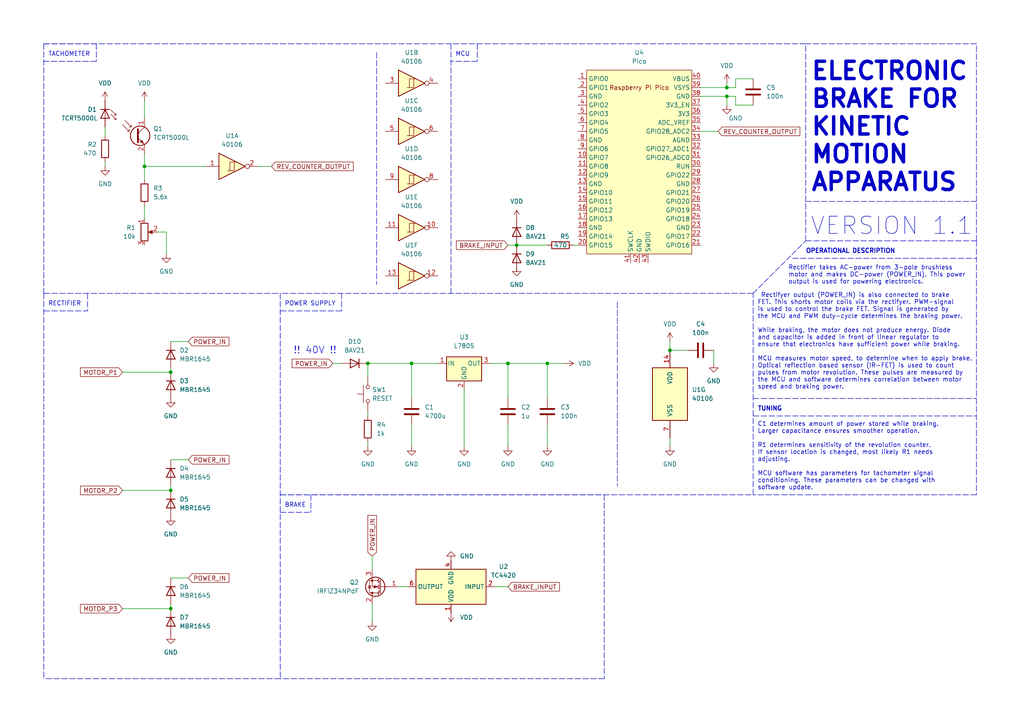
<source format=kicad_sch>
(kicad_sch (version 20211123) (generator eeschema)
  (paper "A4")
  (title_block (title "Electronic Brake for Kinetic Motion Apparatus") (date "2024-01-15") (rev "1.1"))
  (lib_symbols
    (symbol "4xxx:40106" (pin_names (offset 1.016))
      (property "Reference" "U" (at 0 1.27 0))
      (property "Value" "40106" (at 0 -1.27 0))
      (symbol "40106_1_0"
        (polyline (pts (xy -0.635 -1.27) (xy -0.635 1.27) (xy 0.635 1.27)))
        (polyline (pts (xy -3.81 3.81) (xy -3.81 -3.81) (xy 3.81 0) (xy -3.81 3.81)) (stroke (width 0.254)) (fill (type background)))
        (polyline (pts (xy -1.27 -1.27) (xy 0.635 -1.27) (xy 0.635 1.27) (xy 1.27 1.27)))
        (pin input line (at -7.62 0 0) (length 3.81) (name "~") (number "1"))
        (pin output inverted (at 7.62 0 180) (length 3.81) (name "~") (number "2"))
      )
      (symbol "40106_2_0"
        (polyline (pts (xy -0.635 -1.27) (xy -0.635 1.27) (xy 0.635 1.27)))
        (polyline (pts (xy -3.81 3.81) (xy -3.81 -3.81) (xy 3.81 0) (xy -3.81 3.81)) (stroke (width 0.254)) (fill (type background)))
        (polyline (pts (xy -1.27 -1.27) (xy 0.635 -1.27) (xy 0.635 1.27) (xy 1.27 1.27)))
        (pin input line (at -7.62 0 0) (length 3.81) (name "~") (number "3"))
        (pin output inverted (at 7.62 0 180) (length 3.81) (name "~") (number "4"))
      )
      (symbol "40106_3_0"
        (polyline (pts (xy -0.635 -1.27) (xy -0.635 1.27) (xy 0.635 1.27)))
        (polyline (pts (xy -3.81 3.81) (xy -3.81 -3.81) (xy 3.81 0) (xy -3.81 3.81)) (stroke (width 0.254)) (fill (type background)))
        (polyline (pts (xy -1.27 -1.27) (xy 0.635 -1.27) (xy 0.635 1.27) (xy 1.27 1.27)))
        (pin input line (at -7.62 0 0) (length 3.81) (name "~") (number "5"))
        (pin output inverted (at 7.62 0 180) (length 3.81) (name "~") (number "6"))
      )
      (symbol "40106_4_0"
        (polyline (pts (xy -0.635 -1.27) (xy -0.635 1.27) (xy 0.635 1.27)))
        (polyline (pts (xy -3.81 3.81) (xy -3.81 -3.81) (xy 3.81 0) (xy -3.81 3.81)) (stroke (width 0.254)) (fill (type background)))
        (polyline (pts (xy -1.27 -1.27) (xy 0.635 -1.27) (xy 0.635 1.27) (xy 1.27 1.27)))
        (pin output inverted (at 7.62 0 180) (length 3.81) (name "~") (number "8"))
        (pin input line (at -7.62 0 0) (length 3.81) (name "~") (number "9"))
      )
      (symbol "40106_5_0"
        (polyline (pts (xy -0.635 -1.27) (xy -0.635 1.27) (xy 0.635 1.27)))
        (polyline (pts (xy -3.81 3.81) (xy -3.81 -3.81) (xy 3.81 0) (xy -3.81 3.81)) (stroke (width 0.254)) (fill (type background)))
        (polyline (pts (xy -1.27 -1.27) (xy 0.635 -1.27) (xy 0.635 1.27) (xy 1.27 1.27)))
        (pin output inverted (at 7.62 0 180) (length 3.81) (name "~") (number "10"))
        (pin input line (at -7.62 0 0) (length 3.81) (name "~") (number "11"))
      )
      (symbol "40106_6_0"
        (polyline (pts (xy -0.635 -1.27) (xy -0.635 1.27) (xy 0.635 1.27)))
        (polyline (pts (xy -3.81 3.81) (xy -3.81 -3.81) (xy 3.81 0) (xy -3.81 3.81)) (stroke (width 0.254)) (fill (type background)))
        (polyline (pts (xy -1.27 -1.27) (xy 0.635 -1.27) (xy 0.635 1.27) (xy 1.27 1.27)))
        (pin output inverted (at 7.62 0 180) (length 3.81) (name "~") (number "12"))
        (pin input line (at -7.62 0 0) (length 3.81) (name "~") (number "13"))
      )
      (symbol "40106_7_0"
        (pin power_in line (at 0 12.7 270) (length 5.08) (name "VDD") (number "14"))
        (pin power_in line (at 0 -12.7 90) (length 5.08) (name "VSS") (number "7"))
      )
      (symbol "40106_7_1"
        (rectangle (start -5.08 7.62) (end 5.08 -7.62) (stroke (width 0.254)) (fill (type background)))
      )
    )
    (symbol "Device:C" (pin_numbers hide) (pin_names (offset 0.254))
      (property "Reference" "C" (at 0.635 2.54 0))
      (property "Value" "C" (at 0.635 -2.54 0))
      (symbol "C_0_1"
        (polyline (pts (xy -2.032 -0.762) (xy 2.032 -0.762)) (stroke (width 0.508)))
        (polyline (pts (xy -2.032 0.762) (xy 2.032 0.762)) (stroke (width 0.508)))
      )
      (symbol "C_1_1"
        (pin passive line (at 0 3.81 270) (length 2.794) (name "~") (number "1"))
        (pin passive line (at 0 -3.81 90) (length 2.794) (name "~") (number "2"))
      )
    )
    (symbol "Device:D" (pin_numbers hide) (pin_names (offset 1.016) hide)
      (property "Reference" "D" (at 0 2.54 0))
      (property "Value" "D" (at 0 -2.54 0))
      (symbol "D_0_1"
        (polyline (pts (xy -1.27 1.27) (xy -1.27 -1.27)) (stroke (width 0.254)))
        (polyline (pts (xy 1.27 0) (xy -1.27 0)))
        (polyline (pts (xy 1.27 1.27) (xy 1.27 -1.27) (xy -1.27 0) (xy 1.27 1.27)) (stroke (width 0.254)))
      )
      (symbol "D_1_1"
        (pin passive line (at -3.81 0 0) (length 2.54) (name "K") (number "1"))
        (pin passive line (at 3.81 0 180) (length 2.54) (name "A") (number "2"))
      )
    )
    (symbol "Device:R" (pin_numbers hide) (pin_names (offset 0))
      (property "Reference" "R" (at 2.032 0 90))
      (property "Value" "R" (at 0 0 90))
      (symbol "R_0_1"
        (rectangle (start -1.016 -2.54) (end 1.016 2.54) (stroke (width 0.254)))
      )
      (symbol "R_1_1"
        (pin passive line (at 0 3.81 270) (length 1.27) (name "~") (number "1"))
        (pin passive line (at 0 -3.81 90) (length 1.27) (name "~") (number "2"))
      )
    )
    (symbol "Device:R_Potentiometer" (pin_names (offset 1.016) hide)
      (property "Reference" "RV" (at -4.445 0 90))
      (property "Value" "R_Potentiometer" (at -2.54 0 90))
      (symbol "R_Potentiometer_0_1"
        (polyline (pts (xy 2.54 0) (xy 1.524 0)))
        (polyline (pts (xy 1.143 0) (xy 2.286 0.508) (xy 2.286 -0.508) (xy 1.143 0)) (fill (type outline)))
        (rectangle (start 1.016 2.54) (end -1.016 -2.54) (stroke (width 0.254)))
      )
      (symbol "R_Potentiometer_1_1"
        (pin passive line (at 0 3.81 270) (length 1.27) (name "1") (number "1"))
        (pin passive line (at 3.81 0 180) (length 1.27) (name "2") (number "2"))
        (pin passive line (at 0 -3.81 90) (length 1.27) (name "3") (number "3"))
      )
    )
    (symbol "Driver_FET:TC4422"
      (property "Reference" "U" (at -8.89 6.35 0))
      (property "Value" "TC4422" (at 6.35 6.35 0))
      (symbol "TC4422_0_1"
        (rectangle (start -10.16 5.08) (end 10.16 -5.08) (stroke (width 0.254)) (fill (type background)))
      )
      (symbol "TC4422_1_1"
        (pin power_in line (at 0 7.62 270) (length 2.54) (name "VDD") (number "1"))
        (pin input line (at -12.7 0 0) (length 2.54) (name "INPUT") (number "2"))
        (pin no_connect line (at -5.08 -5.08 90) (length 2.54) hide (name "NC") (number "3"))
        (pin power_in line (at 0 -7.62 90) (length 2.54) (name "GND") (number "4"))
        (pin passive line (at 0 -7.62 90) (length 2.54) hide (name "GND") (number "5"))
        (pin output line (at 12.7 0 180) (length 2.54) (name "OUTPUT") (number "6"))
        (pin passive line (at 12.7 0 180) (length 2.54) hide (name "OUTPUT") (number "7"))
        (pin passive line (at 0 7.62 270) (length 2.54) hide (name "VDD") (number "8"))
      )
    )
    (symbol "LED:IR204A" (pin_numbers hide) (pin_names (offset 1.016) hide)
      (property "Reference" "D" (at 0.508 1.778 0))
      (property "Value" "IR204A" (at -1.016 -2.794 0))
      (symbol "IR204A_0_1"
        (polyline (pts (xy -2.54 1.27) (xy -2.54 -1.27)) (stroke (width 0.254)))
        (polyline (pts (xy 0 0) (xy -2.54 0)))
        (polyline (pts (xy 0.381 3.175) (xy -0.127 3.175)))
        (polyline (pts (xy -1.143 1.651) (xy 0.381 3.175) (xy 0.381 2.667)))
        (polyline (pts (xy 0 1.27) (xy -2.54 0) (xy 0 -1.27) (xy 0 1.27)) (stroke (width 0.254)))
        (polyline (pts (xy -2.413 1.651) (xy -0.889 3.175) (xy -0.889 2.667) (xy -0.889 3.175) (xy -1.397 3.175)))
      )
      (symbol "IR204A_1_1"
        (pin passive line (at -5.08 0 0) (length 2.54) (name "K") (number "1"))
        (pin passive line (at 2.54 0 180) (length 2.54) (name "A") (number "2"))
      )
    )
    (symbol "MCU_RaspberryPi_and_Boards:Pico"
      (property "Reference" "U" (at -13.97 27.94 0))
      (property "Value" "Pico" (at 0 19.05 0))
      (symbol "Pico_0_0"
        (text "Raspberry Pi Pico" (at 0 21.59 0) (effects (font (size 1.27 1.27))))
      )
      (symbol "Pico_0_1"
        (rectangle (start -15.24 26.67) (end 15.24 -26.67) (fill (type background)))
      )
      (symbol "Pico_1_1"
        (pin bidirectional line (at -17.78 24.13 0) (length 2.54) (name "GPIO0") (number "1"))
        (pin bidirectional line (at -17.78 1.27 0) (length 2.54) (name "GPIO7") (number "10"))
        (pin bidirectional line (at -17.78 -1.27 0) (length 2.54) (name "GPIO8") (number "11"))
        (pin bidirectional line (at -17.78 -3.81 0) (length 2.54) (name "GPIO9") (number "12"))
        (pin power_in line (at -17.78 -6.35 0) (length 2.54) (name "GND") (number "13"))
        (pin bidirectional line (at -17.78 -8.89 0) (length 2.54) (name "GPIO10") (number "14"))
        (pin bidirectional line (at -17.78 -11.43 0) (length 2.54) (name "GPIO11") (number "15"))
        (pin bidirectional line (at -17.78 -13.97 0) (length 2.54) (name "GPIO12") (number "16"))
        (pin bidirectional line (at -17.78 -16.51 0) (length 2.54) (name "GPIO13") (number "17"))
        (pin power_in line (at -17.78 -19.05 0) (length 2.54) (name "GND") (number "18"))
        (pin bidirectional line (at -17.78 -21.59 0) (length 2.54) (name "GPIO14") (number "19"))
        (pin bidirectional line (at -17.78 21.59 0) (length 2.54) (name "GPIO1") (number "2"))
        (pin bidirectional line (at -17.78 -24.13 0) (length 2.54) (name "GPIO15") (number "20"))
        (pin bidirectional line (at 17.78 -24.13 180) (length 2.54) (name "GPIO16") (number "21"))
        (pin bidirectional line (at 17.78 -21.59 180) (length 2.54) (name "GPIO17") (number "22"))
        (pin power_in line (at 17.78 -19.05 180) (length 2.54) (name "GND") (number "23"))
        (pin bidirectional line (at 17.78 -16.51 180) (length 2.54) (name "GPIO18") (number "24"))
        (pin bidirectional line (at 17.78 -13.97 180) (length 2.54) (name "GPIO19") (number "25"))
        (pin bidirectional line (at 17.78 -11.43 180) (length 2.54) (name "GPIO20") (number "26"))
        (pin bidirectional line (at 17.78 -8.89 180) (length 2.54) (name "GPIO21") (number "27"))
        (pin power_in line (at 17.78 -6.35 180) (length 2.54) (name "GND") (number "28"))
        (pin bidirectional line (at 17.78 -3.81 180) (length 2.54) (name "GPIO22") (number "29"))
        (pin power_in line (at -17.78 19.05 0) (length 2.54) (name "GND") (number "3"))
        (pin input line (at 17.78 -1.27 180) (length 2.54) (name "RUN") (number "30"))
        (pin bidirectional line (at 17.78 1.27 180) (length 2.54) (name "GPIO26_ADC0") (number "31"))
        (pin bidirectional line (at 17.78 3.81 180) (length 2.54) (name "GPIO27_ADC1") (number "32"))
        (pin power_in line (at 17.78 6.35 180) (length 2.54) (name "AGND") (number "33"))
        (pin bidirectional line (at 17.78 8.89 180) (length 2.54) (name "GPIO28_ADC2") (number "34"))
        (pin power_in line (at 17.78 11.43 180) (length 2.54) (name "ADC_VREF") (number "35"))
        (pin power_in line (at 17.78 13.97 180) (length 2.54) (name "3V3") (number "36"))
        (pin input line (at 17.78 16.51 180) (length 2.54) (name "3V3_EN") (number "37"))
        (pin bidirectional line (at 17.78 19.05 180) (length 2.54) (name "GND") (number "38"))
        (pin power_in line (at 17.78 21.59 180) (length 2.54) (name "VSYS") (number "39"))
        (pin bidirectional line (at -17.78 16.51 0) (length 2.54) (name "GPIO2") (number "4"))
        (pin power_in line (at 17.78 24.13 180) (length 2.54) (name "VBUS") (number "40"))
        (pin input line (at -2.54 -29.21 90) (length 2.54) (name "SWCLK") (number "41"))
        (pin power_in line (at 0 -29.21 90) (length 2.54) (name "GND") (number "42"))
        (pin bidirectional line (at 2.54 -29.21 90) (length 2.54) (name "SWDIO") (number "43"))
        (pin bidirectional line (at -17.78 13.97 0) (length 2.54) (name "GPIO3") (number "5"))
        (pin bidirectional line (at -17.78 11.43 0) (length 2.54) (name "GPIO4") (number "6"))
        (pin bidirectional line (at -17.78 8.89 0) (length 2.54) (name "GPIO5") (number "7"))
        (pin power_in line (at -17.78 6.35 0) (length 2.54) (name "GND") (number "8"))
        (pin bidirectional line (at -17.78 3.81 0) (length 2.54) (name "GPIO6") (number "9"))
      )
    )
    (symbol "Regulator_Linear:L7805" (pin_names (offset 0.254))
      (property "Reference" "U" (at -3.81 3.175 0))
      (property "Value" "L7805" (at 0 3.175 0))
      (symbol "L7805_0_1"
        (rectangle (start -5.08 1.905) (end 5.08 -5.08) (stroke (width 0.254)) (fill (type background)))
      )
      (symbol "L7805_1_1"
        (pin power_in line (at -7.62 0 0) (length 2.54) (name "IN") (number "1"))
        (pin power_in line (at 0 -7.62 90) (length 2.54) (name "GND") (number "2"))
        (pin power_out line (at 7.62 0 180) (length 2.54) (name "OUT") (number "3"))
      )
    )
    (symbol "Sensor_Optical:BP103BF" (pin_names (offset 0) hide)
      (property "Reference" "Q" (at 5.08 1.27 0))
      (property "Value" "BP103BF" (at 5.08 -1.27 0))
      (symbol "BP103BF_0_1"
        (polyline (pts (xy -1.905 1.27) (xy -2.54 1.27)))
        (polyline (pts (xy -1.27 2.54) (xy -1.905 2.54)))
        (polyline (pts (xy 0.635 0.635) (xy 2.54 2.54)))
        (polyline (pts (xy -3.81 3.175) (xy -1.905 1.27) (xy -1.905 1.905)))
        (polyline (pts (xy -3.175 4.445) (xy -1.27 2.54) (xy -1.27 3.175)))
        (polyline (pts (xy 0.635 -0.635) (xy 2.54 -2.54) (xy 2.54 -2.54)))
        (polyline (pts (xy 0.635 1.905) (xy 0.635 -1.905) (xy 0.635 -1.905)) (stroke (width 0.508)))
        (polyline (pts (xy 1.27 -1.778) (xy 1.778 -1.27) (xy 2.286 -2.286) (xy 1.27 -1.778) (xy 1.27 -1.778)) (fill (type outline)))
        (circle (center 1.27 0) (radius 2.8194) (stroke (width 0.254)))
      )
      (symbol "BP103BF_1_1"
        (pin passive line (at 2.54 5.08 270) (length 2.54) (name "C") (number "1"))
        (pin passive line (at 2.54 -5.08 90) (length 2.54) (name "E") (number "2"))
      )
    )
    (symbol "Switch:SW_Push" (pin_numbers hide) (pin_names (offset 1.016) hide)
      (property "Reference" "SW" (at 1.27 2.54 0))
      (property "Value" "SW_Push" (at 0 -1.524 0))
      (symbol "SW_Push_0_1"
        (circle (center -2.032 0) (radius 0.508))
        (polyline (pts (xy 0 1.27) (xy 0 3.048)))
        (polyline (pts (xy 2.54 1.27) (xy -2.54 1.27)))
        (circle (center 2.032 0) (radius 0.508))
        (pin passive line (at -5.08 0 0) (length 2.54) (name "1") (number "1"))
        (pin passive line (at 5.08 0 180) (length 2.54) (name "2") (number "2"))
      )
    )
    (symbol "Transistor_FET:IRF540N" (pin_names hide)
      (property "Reference" "Q" (at 6.35 1.905 0))
      (property "Value" "IRF540N" (at 6.35 0 0))
      (symbol "IRF540N_0_1"
        (polyline (pts (xy 0.254 0) (xy -2.54 0)))
        (polyline (pts (xy 0.254 1.905) (xy 0.254 -1.905)) (stroke (width 0.254)))
        (polyline (pts (xy 0.762 -1.27) (xy 0.762 -2.286)) (stroke (width 0.254)))
        (polyline (pts (xy 0.762 0.508) (xy 0.762 -0.508)) (stroke (width 0.254)))
        (polyline (pts (xy 0.762 2.286) (xy 0.762 1.27)) (stroke (width 0.254)))
        (polyline (pts (xy 2.54 2.54) (xy 2.54 1.778)))
        (polyline (pts (xy 2.54 -2.54) (xy 2.54 0) (xy 0.762 0)))
        (polyline (pts (xy 0.762 -1.778) (xy 3.302 -1.778) (xy 3.302 1.778) (xy 0.762 1.778)))
        (polyline (pts (xy 1.016 0) (xy 2.032 0.381) (xy 2.032 -0.381) (xy 1.016 0)) (fill (type outline)))
        (polyline (pts (xy 2.794 0.508) (xy 2.921 0.381) (xy 3.683 0.381) (xy 3.81 0.254)))
        (polyline (pts (xy 3.302 0.381) (xy 2.921 -0.254) (xy 3.683 -0.254) (xy 3.302 0.381)))
        (circle (center 1.651 0) (radius 2.794) (stroke (width 0.254)))
        (circle (center 2.54 -1.778) (radius 0.254) (fill (type outline)))
        (circle (center 2.54 1.778) (radius 0.254) (fill (type outline)))
      )
      (symbol "IRF540N_1_1"
        (pin input line (at -5.08 0 0) (length 2.54) (name "G") (number "1"))
        (pin passive line (at 2.54 5.08 270) (length 2.54) (name "D") (number "2"))
        (pin passive line (at 2.54 -5.08 90) (length 2.54) (name "S") (number "3"))
      )
    )
    (symbol "power:GND" (power) (pin_names (offset 0))
      (property "Value" "GND" (at 0 -3.81 0))
      (symbol "GND_0_1"
        (polyline (pts (xy 0 0) (xy 0 -1.27) (xy 1.27 -1.27) (xy 0 -2.54) (xy -1.27 -1.27) (xy 0 -1.27)))
      )
      (symbol "GND_1_1"
        (pin power_in line (at 0 0 270) (length 0) hide (name "GND") (number "1"))
      )
    )
    (symbol "power:VDD" (power) (pin_names (offset 0))
      (property "Value" "VDD" (at 0 3.81 0))
      (symbol "VDD_0_1"
        (polyline (pts (xy -0.762 1.27) (xy 0 2.54)))
        (polyline (pts (xy 0 0) (xy 0 2.54)))
        (polyline (pts (xy 0 2.54) (xy 0.762 1.27)))
      )
      (symbol "VDD_1_1"
        (pin power_in line (at 0 0 90) (length 0) hide (name "VDD") (number "1"))
      )
    )
  )
  (junction (at 49.53 176.53))
  (junction (at 106.68 105.41))
  (junction (at 210.82 27.94))
  (junction (at 119.38 105.41))
  (junction (at 149.86 71.12))
  (junction (at 49.53 142.24))
  (junction (at 147.32 105.41))
  (junction (at 210.82 25.4))
  (junction (at 49.53 107.95))
  (junction (at 194.31 101.6))
  (junction (at 158.75 105.41))
  (junction (at 41.91 48.26))
  (wire (pts (xy 48.26 67.31) (xy 45.72 67.31)))
  (polyline (pts (xy 99.06 85.09) (xy 99.06 90.17)))
  (wire (pts (xy 106.68 119.38) (xy 106.68 120.65)))
  (polyline (pts (xy 81.28 143.51) (xy 175.26 143.51)))
  (wire (pts (xy 119.38 105.41) (xy 127 105.41)))
  (wire (pts (xy 49.53 140.97) (xy 49.53 142.24)))
  (polyline (pts (xy 283.21 12.7) (xy 233.68 12.7)))
  (polyline (pts (xy 233.68 69.85) (xy 283.21 69.85)))
  (wire (pts (xy 213.36 30.48) (xy 213.36 27.94)))
  (polyline (pts (xy 179.07 87.63) (xy 179.07 140.97)))
  (wire (pts (xy 203.2 25.4) (xy 210.82 25.4)))
  (wire (pts (xy 118.11 170.18) (xy 115.57 170.18)))
  (polyline (pts (xy 283.21 69.85) (xy 283.21 143.51)))
  (wire (pts (xy 119.38 129.54) (xy 119.38 123.19)))
  (polyline (pts (xy 25.4 85.09) (xy 25.4 90.17)))
  (polyline (pts (xy 175.26 196.85) (xy 81.28 196.85)))
  (wire (pts (xy 213.36 22.86) (xy 213.36 25.4)))
  (polyline (pts (xy 218.44 143.51) (xy 218.44 85.09)))
  (wire (pts (xy 147.32 105.41) (xy 158.75 105.41)))
  (wire (pts (xy 218.44 22.86) (xy 213.36 22.86)))
  (polyline (pts (xy 12.7 85.09) (xy 81.28 85.09)))
  (wire (pts (xy 166.37 71.12) (xy 167.64 71.12)))
  (wire (pts (xy 158.75 129.54) (xy 158.75 123.19)))
  (wire (pts (xy 35.56 107.95) (xy 49.53 107.95)))
  (wire (pts (xy 210.82 30.48) (xy 210.82 27.94)))
  (wire (pts (xy 30.48 46.99) (xy 30.48 48.26)))
  (wire (pts (xy 203.2 27.94) (xy 210.82 27.94)))
  (wire (pts (xy 107.95 165.1) (xy 107.95 161.29)))
  (wire (pts (xy 49.53 133.35) (xy 54.61 133.35)))
  (polyline (pts (xy 81.28 143.51) (xy 218.44 143.51)))
  (polyline (pts (xy 81.28 148.59) (xy 90.17 148.59)))
  (polyline (pts (xy 99.06 90.17) (xy 81.28 90.17)))
  (polyline (pts (xy 27.94 12.7) (xy 27.94 17.78)))
  (wire (pts (xy 158.75 105.41) (xy 158.75 115.57)))
  (wire (pts (xy 41.91 59.69) (xy 41.91 63.5)))
  (wire (pts (xy 41.91 44.45) (xy 41.91 48.26)))
  (polyline (pts (xy 130.81 12.7) (xy 130.81 85.09)))
  (wire (pts (xy 142.24 105.41) (xy 147.32 105.41)))
  (wire (pts (xy 49.53 99.06) (xy 54.61 99.06)))
  (polyline (pts (xy 233.68 69.85) (xy 233.68 12.7)))
  (polyline (pts (xy 109.22 15.24) (xy 109.22 82.55)))
  (wire (pts (xy 207.01 101.6) (xy 207.01 105.41)))
  (polyline (pts (xy 12.7 90.17) (xy 25.4 90.17)))
  (polyline (pts (xy 81.28 85.09) (xy 81.28 196.85)))
  (wire (pts (xy 41.91 29.21) (xy 41.91 34.29)))
  (wire (pts (xy 149.86 71.12) (xy 158.75 71.12)))
  (wire (pts (xy 147.32 71.12) (xy 149.86 71.12)))
  (polyline (pts (xy 218.44 115.57) (xy 283.21 115.57)))
  (wire (pts (xy 218.44 30.48) (xy 213.36 30.48)))
  (polyline (pts (xy 138.43 12.7) (xy 138.43 17.78)))
  (wire (pts (xy 194.31 99.06) (xy 194.31 101.6)))
  (polyline (pts (xy 218.44 120.65) (xy 283.21 120.65)))
  (wire (pts (xy 134.62 129.54) (xy 134.62 113.03)))
  (polyline (pts (xy 12.7 85.09) (xy 12.7 196.85)))
  (wire (pts (xy 106.68 105.41) (xy 106.68 109.22)))
  (wire (pts (xy 35.56 176.53) (xy 49.53 176.53)))
  (polyline (pts (xy 229.87 74.93) (xy 283.21 74.93)))
  (wire (pts (xy 59.69 48.26) (xy 41.91 48.26)))
  (wire (pts (xy 107.95 175.26) (xy 107.95 180.34)))
  (wire (pts (xy 48.26 67.31) (xy 48.26 73.66)))
  (polyline (pts (xy 27.94 17.78) (xy 12.7 17.78)))
  (wire (pts (xy 194.31 101.6) (xy 199.39 101.6)))
  (polyline (pts (xy 81.28 196.85) (xy 12.7 196.85)))
  (polyline (pts (xy 12.7 12.7) (xy 130.81 12.7)))
  (polyline (pts (xy 283.21 143.51) (xy 218.44 143.51)))
  (wire (pts (xy 35.56 142.24) (xy 49.53 142.24)))
  (wire (pts (xy 74.93 48.26) (xy 78.74 48.26)))
  (polyline (pts (xy 138.43 17.78) (xy 130.81 17.78)))
  (wire (pts (xy 194.31 127) (xy 194.31 129.54)))
  (wire (pts (xy 213.36 27.94) (xy 210.82 27.94)))
  (wire (pts (xy 158.75 105.41) (xy 163.83 105.41)))
  (polyline (pts (xy 12.7 12.7) (xy 12.7 85.09)))
  (wire (pts (xy 203.2 38.1) (xy 208.28 38.1)))
  (wire (pts (xy 30.48 36.83) (xy 30.48 39.37)))
  (polyline (pts (xy 12.7 12.7) (xy 27.94 12.7)))
  (polyline (pts (xy 218.44 85.09) (xy 81.28 85.09)))
  (wire (pts (xy 119.38 105.41) (xy 119.38 115.57)))
  (wire (pts (xy 49.53 167.64) (xy 54.61 167.64)))
  (wire (pts (xy 49.53 106.68) (xy 49.53 107.95)))
  (polyline (pts (xy 218.44 85.09) (xy 233.68 69.85)))
  (wire (pts (xy 147.32 129.54) (xy 147.32 123.19)))
  (wire (pts (xy 106.68 105.41) (xy 119.38 105.41)))
  (wire (pts (xy 210.82 24.13) (xy 210.82 25.4)))
  (wire (pts (xy 49.53 175.26) (xy 49.53 176.53)))
  (polyline (pts (xy 90.17 143.51) (xy 90.17 148.59)))
  (wire (pts (xy 143.51 170.18) (xy 147.32 170.18)))
  (wire (pts (xy 147.32 105.41) (xy 147.32 115.57)))
  (wire (pts (xy 41.91 48.26) (xy 41.91 52.07)))
  (wire (pts (xy 149.86 77.47) (xy 149.86 78.74)))
  (wire (pts (xy 106.68 128.27) (xy 106.68 129.54)))
  (polyline (pts (xy 233.68 12.7) (xy 130.81 12.7)))
  (wire (pts (xy 213.36 25.4) (xy 210.82 25.4)))
  (polyline (pts (xy 283.21 69.85) (xy 283.21 12.7)))
  (wire (pts (xy 96.52 105.41) (xy 99.06 105.41)))
  (polyline (pts (xy 233.68 58.42) (xy 283.21 58.42)))
  (polyline (pts (xy 175.26 143.51) (xy 175.26 196.85)))
  (text "MCU" (at 132.08 16.51 0) (effects (font (size 1.27 1.27)) (justify left bottom)))
  (text "POWER SUPPLY" (at 82.55 88.9 0) (effects (font (size 1.27 1.27)) (justify left bottom)))
  (text "BRAKE" (at 82.55 147.32 0) (effects (font (size 1.27 1.27)) (justify left bottom)))
  (text "TUNING" (at 219.71 119.38 0) (effects (font (size 1.27 1.27) (thickness 0.254) bold) (justify left bottom)))
  (text "C1 determines amount of power stored while braking.\nLarger capacitance ensures smoother operation.\n\nR1 determines sensitivity of the revolution counter.\nIf sensor location is changed, most likely R1 needs\nadjusting.\n\nMCU software has parameters for tachometer signal\nconditioning. These parameters can be changed with\nsoftware update." (at 219.71 142.24 0) (effects (font (size 1.27 1.27)) (justify left bottom)))
  (text "OPERATIONAL DESCRIPTION" (at 233.68 73.66 0) (effects (font (size 1.27 1.27) (thickness 0.254) bold) (justify left bottom)))
  (text "ELECTRONIC\nBRAKE FOR \nKINETIC\nMOTION \nAPPARATUS" (at 234.95 55.88 0) (effects (font (size 5 5) (thickness 1) bold) (justify left bottom)))
  (text "TACHOMETER" (at 13.97 16.51 0) (effects (font (size 1.27 1.27)) (justify left bottom)))
  (text "!! 40V !!" (at 85.09 102.87 0) (effects (font (size 2 2)) (justify left bottom)))
  (text " Rectifyer output (POWER_IN) is also connected to brake\nFET. This shorts motor coils via the rectifyer. PWM-signal\nis used to control the brake FET. Signal is generated by\nthe MCU and PWM duty-cycle determines the braking power.\n\nWhile braking, the motor does not produce energy. Diode\nand capacitor is added in front of linear regulator to\nensure that electronics have sufficient power while braking.\n\nMCU measures motor speed, to determine when to apply brake.\nOptical reflection based sensor (IR-FET) is used to count\npulses from motor revolution. These pulses are measured by\nthe MCU and software determines correlation between motor\nspeed and braking power." (at 219.71 113.03 0) (effects (font (size 1.27 1.27)) (justify left bottom)))
  (text "Rectifier takes AC-power from 3-pole brushless\nmotor and makes DC-power (POWER_IN). This power\noutput is used for powering electronics." (at 228.6 82.55 0) (effects (font (size 1.27 1.27)) (justify left bottom)))
  (text "RECTIFIER" (at 13.97 88.9 0) (effects (font (size 1.27 1.27)) (justify left bottom)))
  (text "VERSION 1.1" (at 234.95 68.58 0) (effects (font (size 5 5)) (justify left bottom)))
  (global_label "MOTOR_P2" (shape input) (at 35.56 142.24 180) (property "Intersheet References" "${INTERSHEET_REFS}" (effects hide)))
  (global_label "POWER_IN" (shape input) (at 96.52 105.41 180) (property "Intersheet References" "${INTERSHEET_REFS}" (effects hide)))
  (global_label "POWER_IN" (shape input) (at 54.61 167.64 0) (property "Intersheet References" "${INTERSHEET_REFS}" (effects hide)))
  (global_label "POWER_IN" (shape input) (at 54.61 99.06 0) (property "Intersheet References" "${INTERSHEET_REFS}" (effects hide)))
  (global_label "POWER_IN" (shape input) (at 107.95 161.29 90) (property "Intersheet References" "${INTERSHEET_REFS}" (effects hide)))
  (global_label "POWER_IN" (shape input) (at 54.61 133.35 0) (property "Intersheet References" "${INTERSHEET_REFS}" (effects hide)))
  (global_label "BRAKE_INPUT" (shape input) (at 147.32 170.18 0) (property "Intersheet References" "${INTERSHEET_REFS}" (effects hide)))
  (global_label "REV_COUNTER_OUTPUT" (shape input) (at 78.74 48.26 0) (property "Intersheet References" "${INTERSHEET_REFS}" (effects hide)))
  (global_label "BRAKE_INPUT" (shape input) (at 147.32 71.12 180) (property "Intersheet References" "${INTERSHEET_REFS}" (effects hide)))
  (global_label "MOTOR_P3" (shape input) (at 35.56 176.53 180) (property "Intersheet References" "${INTERSHEET_REFS}" (effects hide)))
  (global_label "REV_COUNTER_OUTPUT" (shape input) (at 208.28 38.1 0) (property "Intersheet References" "${INTERSHEET_REFS}" (effects hide)))
  (global_label "MOTOR_P1" (shape input) (at 35.56 107.95 180) (property "Intersheet References" "${INTERSHEET_REFS}" (effects hide)))
  (symbol (lib_id "power:GND") (at 49.53 149.86 0) (unit 1)
    (property "Reference" "#PWR06" (effects hide))
    (property "Value" "GND" (at 49.53 154.94 0))
  )
  (symbol (lib_id "Device:C") (at 218.44 26.67 0) (unit 1)
    (property "Reference" "C5" (at 222.25 25.3999 0) (effects (justify left)))
    (property "Value" "100n" (at 222.25 27.9399 0) (effects (justify left)))
  )
  (symbol (lib_id "Device:D") (at 49.53 137.16 270) (unit 1)
    (property "Reference" "D4" (at 52.07 135.8899 90) (effects (justify left)))
    (property "Value" "MBR1645" (at 52.07 138.4299 90) (effects (justify left)))
  )
  (symbol (lib_id "power:VDD") (at 163.83 105.41 270) (unit 1)
    (property "Reference" "#PWR017" (effects hide))
    (property "Value" "VDD" (at 167.64 105.4099 90) (effects (justify left)))
  )
  (symbol (lib_id "4xxx:40106") (at 119.38 80.01 0) (unit 6)
    (property "Reference" "U1" (at 119.38 71.12 0))
    (property "Value" "40106" (at 119.38 73.66 0))
    (property "Datasheet" "https://assets.nexperia.com/documents/data-sheet/HEF40106B.pdf" (effects hide))
  )
  (symbol (lib_id "power:GND") (at 149.86 77.47 0) (unit 1)
    (property "Reference" "#PWR023" (effects hide))
    (property "Value" "GND" (at 149.86 82.55 0))
  )
  (symbol (lib_id "4xxx:40106") (at 119.38 66.04 0) (unit 5)
    (property "Reference" "U1" (at 119.38 57.15 0))
    (property "Value" "40106" (at 119.38 59.69 0))
    (property "Datasheet" "https://assets.nexperia.com/documents/data-sheet/HEF40106B.pdf" (effects hide))
  )
  (symbol (lib_id "Device:R") (at 41.91 55.88 0) (unit 1)
    (property "Reference" "R3" (at 44.45 54.6099 0) (effects (justify left)))
    (property "Value" "5.6k" (at 44.45 57.1499 0) (effects (justify left)))
  )
  (symbol (lib_id "power:GND") (at 130.81 162.56 180) (unit 1)
    (property "Reference" "#PWR012" (effects hide))
    (property "Value" "GND" (at 133.35 161.2899 0) (effects (justify right)))
  )
  (symbol (lib_id "Device:D") (at 49.53 102.87 270) (unit 1)
    (property "Reference" "D2" (at 52.07 101.5999 90) (effects (justify left)))
    (property "Value" "MBR1645" (at 52.07 104.1399 90) (effects (justify left)))
  )
  (symbol (lib_id "power:GND") (at 49.53 184.15 0) (unit 1)
    (property "Reference" "#PWR07" (effects hide))
    (property "Value" "GND" (at 49.53 189.23 0))
  )
  (symbol (lib_id "power:GND") (at 134.62 129.54 0) (unit 1)
    (property "Reference" "#PWR014" (effects hide))
    (property "Value" "GND" (at 134.62 134.62 0))
  )
  (symbol (lib_id "Device:C") (at 158.75 119.38 0) (unit 1)
    (property "Reference" "C3" (at 162.56 118.1099 0) (effects (justify left)))
    (property "Value" "100n" (at 162.56 120.6499 0) (effects (justify left)))
  )
  (symbol (lib_id "4xxx:40106") (at 119.38 24.13 0) (unit 2)
    (property "Reference" "U1" (at 119.38 15.24 0))
    (property "Value" "40106" (at 119.38 17.78 0))
    (property "Datasheet" "https://assets.nexperia.com/documents/data-sheet/HEF40106B.pdf" (effects hide))
  )
  (symbol (lib_id "4xxx:40106") (at 119.38 52.07 0) (unit 4)
    (property "Reference" "U1" (at 119.38 43.18 0))
    (property "Value" "40106" (at 119.38 45.72 0))
    (property "Datasheet" "https://assets.nexperia.com/documents/data-sheet/HEF40106B.pdf" (effects hide))
  )
  (symbol (lib_id "power:VDD") (at 41.91 29.21 0) (unit 1)
    (property "Reference" "#PWR03" (effects hide))
    (property "Value" "VDD" (at 41.91 24.13 0))
  )
  (symbol (lib_id "Switch:SW_Push") (at 106.68 114.3 90) (unit 1)
    (property "Reference" "SW1" (at 107.95 113.03 90) (effects (justify right)))
    (property "Value" "RESET" (at 107.95 115.57 90) (effects (justify right)))
  )
  (symbol (lib_id "Device:C") (at 203.2 101.6 90) (unit 1)
    (property "Reference" "C4" (at 203.2 93.98 90))
    (property "Value" "100n" (at 203.2 96.52 90))
  )
  (symbol (lib_id "Device:R") (at 30.48 43.18 0) (unit 1)
    (property "Reference" "R2" (at 25.4 41.91 0) (effects (justify left)))
    (property "Value" "470" (at 24.13 44.45 0) (effects (justify left)))
  )
  (symbol (lib_id "Device:C") (at 147.32 119.38 0) (unit 1)
    (property "Reference" "C2" (at 151.13 118.1099 0) (effects (justify left)))
    (property "Value" "1u" (at 151.13 120.6499 0) (effects (justify left)))
  )
  (symbol (lib_id "power:GND") (at 147.32 129.54 0) (unit 1)
    (property "Reference" "#PWR015" (effects hide))
    (property "Value" "GND" (at 147.32 134.62 0))
  )
  (symbol (lib_id "power:GND") (at 194.31 129.54 0) (unit 1)
    (property "Reference" "#PWR019" (effects hide))
    (property "Value" "GND" (at 194.31 134.62 0))
  )
  (symbol (lib_id "power:GND") (at 207.01 105.41 0) (unit 1)
    (property "Reference" "#PWR022" (effects hide))
    (property "Value" "GND" (at 207.01 110.49 0))
  )
  (symbol (lib_id "Device:D") (at 49.53 111.76 270) (unit 1)
    (property "Reference" "D3" (at 52.07 110.4899 90) (effects (justify left)))
    (property "Value" "MBR1645" (at 52.07 113.0299 90) (effects (justify left)))
  )
  (symbol (lib_id "power:VDD") (at 30.48 29.21 0) (unit 1)
    (property "Reference" "#PWR01" (effects hide))
    (property "Value" "VDD" (at 30.48 24.13 0))
  )
  (symbol (lib_id "Device:C") (at 119.38 119.38 0) (unit 1)
    (property "Reference" "C1" (at 123.19 118.1099 0) (effects (justify left)))
    (property "Value" "4700u" (at 123.19 120.6499 0) (effects (justify left)))
  )
  (symbol (lib_id "Sensor_Optical:BP103BF") (at 39.37 39.37 0) (unit 1)
    (property "Reference" "Q1" (at 44.45 37.3506 0) (effects (justify left)))
    (property "Value" "TCRT5000L" (at 44.45 39.8906 0) (effects (justify left)))
    (property "Footprint" "LED_THT:LED_D5.0mm_Clear" (effects hide))
    (property "Datasheet" "http://www.b-kainka.de/Daten/Sensor/bp103bf.pdf" (effects hide))
  )
  (symbol (lib_id "power:GND") (at 30.48 48.26 0) (unit 1)
    (property "Reference" "#PWR02" (effects hide))
    (property "Value" "GND" (at 30.48 53.34 0))
  )
  (symbol (lib_id "Device:D") (at 149.86 67.31 270) (unit 1)
    (property "Reference" "D8" (at 152.4 66.0399 90) (effects (justify left)))
    (property "Value" "BAV21" (at 152.4 68.5799 90) (effects (justify left)))
  )
  (symbol (lib_id "power:GND") (at 158.75 129.54 0) (unit 1)
    (property "Reference" "#PWR016" (effects hide))
    (property "Value" "GND" (at 158.75 134.62 0))
  )
  (symbol (lib_id "Device:D") (at 49.53 171.45 270) (unit 1)
    (property "Reference" "D6" (at 52.07 170.1799 90) (effects (justify left)))
    (property "Value" "MBR1645" (at 52.07 172.7199 90) (effects (justify left)))
  )
  (symbol (lib_id "power:GND") (at 119.38 129.54 0) (unit 1)
    (property "Reference" "#PWR011" (effects hide))
    (property "Value" "GND" (at 119.38 134.62 0))
  )
  (symbol (lib_id "power:GND") (at 48.26 73.66 0) (unit 1)
    (property "Reference" "#PWR04" (effects hide))
    (property "Value" "GND" (at 48.26 78.74 0))
  )
  (symbol (lib_id "Device:R") (at 162.56 71.12 90) (unit 1)
    (property "Reference" "R5" (at 163.83 68.58 90))
    (property "Value" "470" (at 162.56 71.12 90))
  )
  (symbol (lib_id "power:VDD") (at 130.81 177.8 180) (unit 1)
    (property "Reference" "#PWR013" (effects hide))
    (property "Value" "VDD" (at 133.35 179.0699 0) (effects (justify right)))
  )
  (symbol (lib_id "4xxx:40106") (at 67.31 48.26 0) (unit 1)
    (property "Reference" "U1" (at 67.31 39.37 0))
    (property "Value" "40106" (at 67.31 41.91 0))
    (property "Datasheet" "https://assets.nexperia.com/documents/data-sheet/HEF40106B.pdf" (effects hide))
  )
  (symbol (lib_id "power:GND") (at 49.53 115.57 0) (unit 1)
    (property "Reference" "#PWR05" (effects hide))
    (property "Value" "GND" (at 49.53 120.65 0))
  )
  (symbol (lib_id "Device:D") (at 49.53 146.05 270) (unit 1)
    (property "Reference" "D5" (at 52.07 144.7799 90) (effects (justify left)))
    (property "Value" "MBR1645" (at 52.07 147.3199 90) (effects (justify left)))
  )
  (symbol (lib_id "Transistor_FET:IRF540N") (at 110.49 170.18 180) (unit 1)
    (property "Reference" "Q2" (at 104.14 168.9099 0) (effects (justify left)))
    (property "Value" "IRFIZ34NPdF" (at 104.14 171.4499 0) (effects (justify left)))
    (property "Footprint" "Package_TO_SOT_THT:TO-220-3_Vertical" (effects hide))
  )
  (symbol (lib_id "power:GND") (at 107.95 180.34 0) (unit 1)
    (property "Reference" "#PWR010" (effects hide))
    (property "Value" "GND" (at 107.95 185.42 0))
  )
  (symbol (lib_id "power:GND") (at 106.68 129.54 0) (unit 1)
    (property "Reference" "#PWR08" (effects hide))
    (property "Value" "GND" (at 106.68 134.62 0))
  )
  (symbol (lib_id "power:VDD") (at 194.31 99.06 0) (unit 1)
    (property "Reference" "#PWR018" (effects hide))
    (property "Value" "VDD" (at 194.31 93.98 0))
  )
  (symbol (lib_id "Device:D") (at 102.87 105.41 180) (unit 1)
    (property "Reference" "D10" (at 102.87 99.06 0))
    (property "Value" "BAV21" (at 102.87 101.6 0))
  )
  (symbol (lib_id "Device:D") (at 149.86 74.93 270) (unit 1)
    (property "Reference" "D9" (at 152.4 73.6599 90) (effects (justify left)))
    (property "Value" "BAV21" (at 152.4 76.1999 90) (effects (justify left)))
  )
  (symbol (lib_id "4xxx:40106") (at 194.31 114.3 0) (unit 7)
    (property "Reference" "U1" (at 200.66 113.0299 0) (effects (justify left)))
    (property "Value" "40106" (at 200.66 115.5699 0) (effects (justify left)))
    (property "Datasheet" "https://assets.nexperia.com/documents/data-sheet/HEF40106B.pdf" (effects hide))
  )
  (symbol (lib_id "Device:D") (at 49.53 180.34 270) (unit 1)
    (property "Reference" "D7" (at 52.07 179.0699 90) (effects (justify left)))
    (property "Value" "MBR1645" (at 52.07 181.6099 90) (effects (justify left)))
  )
  (symbol (lib_id "4xxx:40106") (at 119.38 38.1 0) (unit 3)
    (property "Reference" "U1" (at 119.38 29.21 0))
    (property "Value" "40106" (at 119.38 31.75 0))
    (property "Datasheet" "https://assets.nexperia.com/documents/data-sheet/HEF40106B.pdf" (effects hide))
  )
  (symbol (lib_id "Regulator_Linear:L7805") (at 134.62 105.41 0) (unit 1)
    (property "Reference" "U3" (at 134.62 97.79 0))
    (property "Value" "L7805" (at 134.62 100.33 0))
    (property "Datasheet" "http://www.st.com/content/ccc/resource/technical/document/datasheet/41/4f/b3/b0/12/d4/47/88/CD00000444.pdf/files/CD00000444.pdf/jcr:content/translations/en.CD00000444.pdf" (effects hide))
  )
  (symbol (lib_id "Device:R_Potentiometer") (at 41.91 67.31 0) (unit 1)
    (property "Reference" "R1" (at 39.37 66.0399 0) (effects (justify right)))
    (property "Value" "10k" (at 39.37 68.5799 0) (effects (justify right)))
  )
  (symbol (lib_id "power:VDD") (at 210.82 24.13 0) (unit 1)
    (property "Reference" "#PWR020" (effects hide))
    (property "Value" "VDD" (at 210.82 19.05 0))
  )
  (symbol (lib_id "Device:R") (at 106.68 124.46 0) (unit 1)
    (property "Reference" "R4" (at 109.22 123.1899 0) (effects (justify left)))
    (property "Value" "1k" (at 109.22 125.7299 0) (effects (justify left)))
  )
  (symbol (lib_id "LED:IR204A") (at 30.48 34.29 270) (unit 1)
    (property "Reference" "D1" (at 25.4 31.75 90) (effects (justify left)))
    (property "Value" "TCRT5000L" (at 17.78 34.29 90) (effects (justify left)))
    (property "Footprint" "LED_THT:LED_D3.0mm_IRBlack" (effects hide))
    (property "Datasheet" "http://www.everlight.com/file/ProductFile/IR204-A.pdf" (effects hide))
  )
  (symbol (lib_id "MCU_RaspberryPi_and_Boards:Pico") (at 185.42 46.99 0) (unit 1)
    (property "Reference" "U4" (at 185.42 15.24 0))
    (property "Value" "Pico" (at 185.42 17.78 0))
    (property "Footprint" "RPi_Pico:RPi_Pico_SMD_TH" (effects hide))
  )
  (symbol (lib_id "Driver_FET:TC4422") (at 130.81 170.18 180) (unit 1)
    (property "Reference" "U2" (at 146.05 164.3505 0))
    (property "Value" "TC4420" (at 146.05 166.8905 0))
    (property "Footprint" "Package_DIP:DIP-8-N6_W7.62mm" (effects hide))
  )
  (symbol (lib_id "power:GND") (at 210.82 30.48 0) (unit 1)
    (property "Reference" "#PWR021" (effects hide))
    (property "Value" "GND" (at 213.36 34.29 0))
  )
  (symbol (lib_id "power:VDD") (at 149.86 63.5 0) (unit 1)
    (property "Reference" "#PWR09" (effects hide))
    (property "Value" "VDD" (at 149.86 58.42 0))
  )
)
</source>
